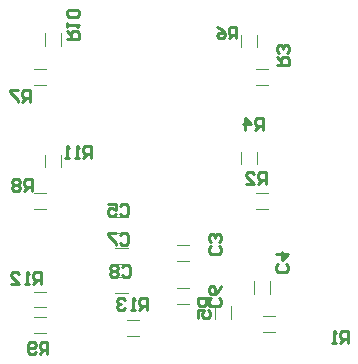
<source format=gbo>
G04*
G04 #@! TF.GenerationSoftware,Altium Limited,Altium Designer,22.7.1 (60)*
G04*
G04 Layer_Color=32896*
%FSAX44Y44*%
%MOMM*%
G71*
G04*
G04 #@! TF.SameCoordinates,3CFCEF84-9AD2-427F-86DD-3E0EAD2CE166*
G04*
G04*
G04 #@! TF.FilePolarity,Positive*
G04*
G01*
G75*
%ADD11C,0.1000*%
%ADD13C,0.2540*%
D11*
X00676250Y00975750D02*
Y00986250D01*
X00689750Y00975750D02*
Y00986250D01*
X00688750Y00956750D02*
X00699250D01*
X00688750Y00943250D02*
X00699250D01*
X00510250Y00976750D02*
Y00987250D01*
X00523750Y00976750D02*
Y00987250D01*
X00500750Y00943250D02*
X00511250D01*
X00500750Y00956750D02*
X00511250D01*
X00510250Y00873750D02*
Y00884250D01*
X00523750Y00873750D02*
Y00884250D01*
X00500750Y00838250D02*
X00511250D01*
X00500750Y00851750D02*
X00511250D01*
X00569750Y00831750D02*
X00580250D01*
X00569750Y00818250D02*
X00580250D01*
X00569750Y00805750D02*
X00580250D01*
X00569750Y00792250D02*
X00580250D01*
X00500750Y00755250D02*
X00511250D01*
X00500750Y00768750D02*
X00511250D01*
X00500750Y00733250D02*
X00511250D01*
X00500750Y00746750D02*
X00511250D01*
X00569750Y00780750D02*
X00580250D01*
X00569750Y00767250D02*
X00580250D01*
X00621750Y00794250D02*
X00632250D01*
X00621750Y00807750D02*
X00632250D01*
X00621750Y00758250D02*
X00632250D01*
X00621750Y00771750D02*
X00632250D01*
X00687250Y00766750D02*
Y00777250D01*
X00700750Y00766750D02*
Y00777250D01*
X00654250Y00745750D02*
Y00756250D01*
X00667750Y00745750D02*
Y00756250D01*
X00694750Y00747750D02*
X00705250D01*
X00694750Y00734250D02*
X00705250D01*
X00579750Y00731250D02*
X00590250D01*
X00579750Y00744750D02*
X00590250D01*
X00676250Y00876750D02*
Y00887250D01*
X00689750Y00876750D02*
Y00887250D01*
X00688750Y00851750D02*
X00699250D01*
X00688750Y00838250D02*
X00699250D01*
D13*
X00596646Y00752856D02*
Y00762853D01*
X00591648D01*
X00589981Y00761187D01*
Y00757854D01*
X00591648Y00756188D01*
X00596646D01*
X00593314D02*
X00589981Y00752856D01*
X00586649D02*
X00583317D01*
X00584983D01*
Y00762853D01*
X00586649Y00761187D01*
X00578319D02*
X00576652Y00762853D01*
X00573320D01*
X00571654Y00761187D01*
Y00759520D01*
X00573320Y00757854D01*
X00574986D01*
X00573320D01*
X00571654Y00756188D01*
Y00754522D01*
X00573320Y00752856D01*
X00576652D01*
X00578319Y00754522D01*
X00649600Y00763331D02*
X00639603D01*
Y00758332D01*
X00641270Y00756666D01*
X00644602D01*
X00646268Y00758332D01*
Y00763331D01*
Y00759998D02*
X00649600Y00756666D01*
X00639603Y00746669D02*
Y00753334D01*
X00644602D01*
X00642936Y00750002D01*
Y00748335D01*
X00644602Y00746669D01*
X00647934D01*
X00649600Y00748335D01*
Y00751668D01*
X00647934Y00753334D01*
X00575666Y00789332D02*
X00577332Y00790998D01*
X00580664D01*
X00582331Y00789332D01*
Y00782668D01*
X00580664Y00781002D01*
X00577332D01*
X00575666Y00782668D01*
X00572334Y00789332D02*
X00570668Y00790998D01*
X00567336D01*
X00565669Y00789332D01*
Y00787666D01*
X00567336Y00786000D01*
X00565669Y00784334D01*
Y00782668D01*
X00567336Y00781002D01*
X00570668D01*
X00572334Y00782668D01*
Y00784334D01*
X00570668Y00786000D01*
X00572334Y00787666D01*
Y00789332D01*
X00570668Y00786000D02*
X00567336D01*
X00573666Y00816332D02*
X00575332Y00817998D01*
X00578665D01*
X00580331Y00816332D01*
Y00809668D01*
X00578665Y00808002D01*
X00575332D01*
X00573666Y00809668D01*
X00570334Y00817998D02*
X00563669D01*
Y00816332D01*
X00570334Y00809668D01*
Y00808002D01*
X00657332Y00763334D02*
X00658998Y00761668D01*
Y00758335D01*
X00657332Y00756669D01*
X00650668D01*
X00649002Y00758335D01*
Y00761668D01*
X00650668Y00763334D01*
X00658998Y00773331D02*
X00657332Y00769998D01*
X00654000Y00766666D01*
X00650668D01*
X00649002Y00768332D01*
Y00771665D01*
X00650668Y00773331D01*
X00652334D01*
X00654000Y00771665D01*
Y00766666D01*
X00573666Y00841332D02*
X00575332Y00842998D01*
X00578665D01*
X00580331Y00841332D01*
Y00834668D01*
X00578665Y00833002D01*
X00575332D01*
X00573666Y00834668D01*
X00563669Y00842998D02*
X00570334D01*
Y00838000D01*
X00567002Y00839666D01*
X00565336D01*
X00563669Y00838000D01*
Y00834668D01*
X00565336Y00833002D01*
X00568668D01*
X00570334Y00834668D01*
X00657332Y00807334D02*
X00658998Y00805668D01*
Y00802335D01*
X00657332Y00800669D01*
X00650668D01*
X00649002Y00802335D01*
Y00805668D01*
X00650668Y00807334D01*
X00657332Y00810666D02*
X00658998Y00812332D01*
Y00815665D01*
X00657332Y00817331D01*
X00655666D01*
X00654000Y00815665D01*
Y00813998D01*
Y00815665D01*
X00652334Y00817331D01*
X00650668D01*
X00649002Y00815665D01*
Y00812332D01*
X00650668Y00810666D01*
X00506496Y00775002D02*
Y00784998D01*
X00501498D01*
X00499832Y00783332D01*
Y00780000D01*
X00501498Y00778334D01*
X00506496D01*
X00503164D02*
X00499832Y00775002D01*
X00496499D02*
X00493167D01*
X00494833D01*
Y00784998D01*
X00496499Y00783332D01*
X00481504Y00775002D02*
X00488168D01*
X00481504Y00781666D01*
Y00783332D01*
X00483170Y00784998D01*
X00486502D01*
X00488168Y00783332D01*
X00548830Y00882002D02*
Y00891998D01*
X00543831D01*
X00542165Y00890332D01*
Y00887000D01*
X00543831Y00885334D01*
X00548830D01*
X00545498D02*
X00542165Y00882002D01*
X00538833D02*
X00535501D01*
X00537167D01*
Y00891998D01*
X00538833Y00890332D01*
X00530502Y00882002D02*
X00527170D01*
X00528836D01*
Y00891998D01*
X00530502Y00890332D01*
X00529002Y00982504D02*
X00538998D01*
Y00987502D01*
X00537332Y00989168D01*
X00534000D01*
X00532334Y00987502D01*
Y00982504D01*
Y00985836D02*
X00529002Y00989168D01*
Y00992501D02*
Y00995833D01*
Y00994167D01*
X00538998D01*
X00537332Y00992501D01*
Y01000831D02*
X00538998Y01002497D01*
Y01005830D01*
X00537332Y01007496D01*
X00530668D01*
X00529002Y01005830D01*
Y01002497D01*
X00530668Y01000831D01*
X00537332D01*
X00512331Y00716002D02*
Y00725998D01*
X00507332D01*
X00505666Y00724332D01*
Y00721000D01*
X00507332Y00719334D01*
X00512331D01*
X00508998D02*
X00505666Y00716002D01*
X00502334Y00717668D02*
X00500668Y00716002D01*
X00497336D01*
X00495669Y00717668D01*
Y00724332D01*
X00497336Y00725998D01*
X00500668D01*
X00502334Y00724332D01*
Y00722666D01*
X00500668Y00721000D01*
X00495669D01*
X00499331Y00854002D02*
Y00863998D01*
X00494332D01*
X00492666Y00862332D01*
Y00859000D01*
X00494332Y00857334D01*
X00499331D01*
X00495998D02*
X00492666Y00854002D01*
X00489334Y00862332D02*
X00487668Y00863998D01*
X00484336D01*
X00482669Y00862332D01*
Y00860666D01*
X00484336Y00859000D01*
X00482669Y00857334D01*
Y00855668D01*
X00484336Y00854002D01*
X00487668D01*
X00489334Y00855668D01*
Y00857334D01*
X00487668Y00859000D01*
X00489334Y00860666D01*
Y00862332D01*
X00487668Y00859000D02*
X00484336D01*
X00497331Y00929002D02*
Y00938998D01*
X00492332D01*
X00490666Y00937332D01*
Y00934000D01*
X00492332Y00932334D01*
X00497331D01*
X00493998D02*
X00490666Y00929002D01*
X00487334Y00938998D02*
X00480669D01*
Y00937332D01*
X00487334Y00930668D01*
Y00929002D01*
X00672331Y00983002D02*
Y00992998D01*
X00667332D01*
X00665666Y00991332D01*
Y00988000D01*
X00667332Y00986334D01*
X00672331D01*
X00668998D02*
X00665666Y00983002D01*
X00655669Y00992998D02*
X00659002Y00991332D01*
X00662334Y00988000D01*
Y00984668D01*
X00660668Y00983002D01*
X00657336D01*
X00655669Y00984668D01*
Y00986334D01*
X00657336Y00988000D01*
X00662334D01*
X00694944Y00905510D02*
Y00915507D01*
X00689946D01*
X00688279Y00913841D01*
Y00910508D01*
X00689946Y00908842D01*
X00694944D01*
X00691612D02*
X00688279Y00905510D01*
X00679949D02*
Y00915507D01*
X00684947Y00910508D01*
X00678283D01*
X00707002Y00960669D02*
X00716998D01*
Y00965668D01*
X00715332Y00967334D01*
X00712000D01*
X00710334Y00965668D01*
Y00960669D01*
Y00964002D02*
X00707002Y00967334D01*
X00715332Y00970666D02*
X00716998Y00972332D01*
Y00975665D01*
X00715332Y00977331D01*
X00713666D01*
X00712000Y00975665D01*
Y00973998D01*
Y00975665D01*
X00710334Y00977331D01*
X00708668D01*
X00707002Y00975665D01*
Y00972332D01*
X00708668Y00970666D01*
X00697230Y00859790D02*
Y00869787D01*
X00692232D01*
X00690565Y00868121D01*
Y00864788D01*
X00692232Y00863122D01*
X00697230D01*
X00693898D02*
X00690565Y00859790D01*
X00680569D02*
X00687233D01*
X00680569Y00866454D01*
Y00868121D01*
X00682235Y00869787D01*
X00685567D01*
X00687233Y00868121D01*
X00766665Y00725002D02*
Y00734998D01*
X00761666D01*
X00760000Y00733332D01*
Y00730000D01*
X00761666Y00728334D01*
X00766665D01*
X00763332D02*
X00760000Y00725002D01*
X00756668D02*
X00753335D01*
X00755002D01*
Y00734998D01*
X00756668Y00733332D01*
X00714332Y00792334D02*
X00715998Y00790668D01*
Y00787336D01*
X00714332Y00785669D01*
X00707668D01*
X00706002Y00787336D01*
Y00790668D01*
X00707668Y00792334D01*
X00706002Y00800665D02*
X00715998D01*
X00711000Y00795666D01*
Y00802331D01*
M02*

</source>
